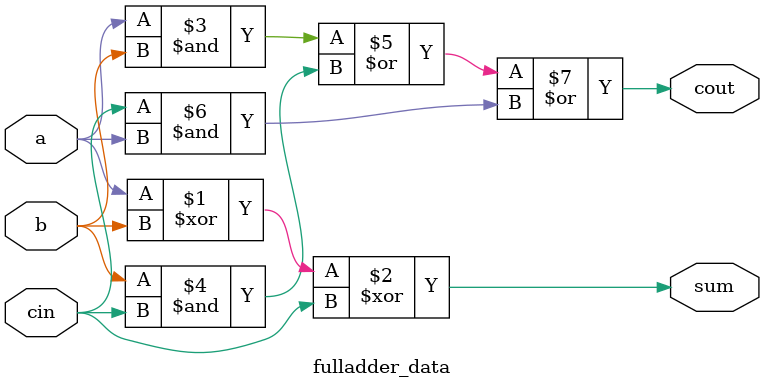
<source format=v>
module fulladder_data(sum,cout,a,b,cin);
input a,b,cin;
output sum,cout;
assign sum=a^b^cin;
assign cout=(a&b)|(b&cin)|(cin&a);
endmodule

</source>
